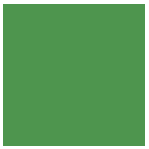
<source format=gbr>
G04 #@! TF.GenerationSoftware,KiCad,Pcbnew,(5.1.5)-3*
G04 #@! TF.CreationDate,2020-02-02T18:50:59-05:00*
G04 #@! TF.ProjectId,Low-Profile USB,4c6f772d-5072-46f6-9669-6c6520555342,rev?*
G04 #@! TF.SameCoordinates,Original*
G04 #@! TF.FileFunction,Paste,Bot*
G04 #@! TF.FilePolarity,Positive*
%FSLAX46Y46*%
G04 Gerber Fmt 4.6, Leading zero omitted, Abs format (unit mm)*
G04 Created by KiCad (PCBNEW (5.1.5)-3) date 2020-02-02 18:50:59*
%MOMM*%
%LPD*%
G04 APERTURE LIST*
%ADD10R,12.000000X12.000000*%
G04 APERTURE END LIST*
D10*
X146000000Y-92000000D03*
M02*

</source>
